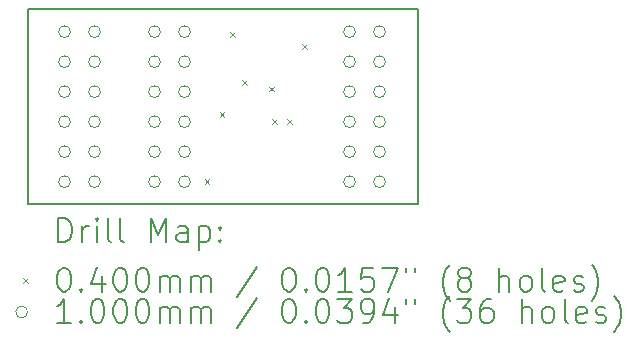
<source format=gbr>
%TF.GenerationSoftware,KiCad,Pcbnew,8.0.9-8.0.9-0~ubuntu24.04.1*%
%TF.CreationDate,2025-04-08T01:43:22+09:30*%
%TF.ProjectId,qspi-pmod-adapter,71737069-2d70-46d6-9f64-2d6164617074,rev?*%
%TF.SameCoordinates,Original*%
%TF.FileFunction,Drillmap*%
%TF.FilePolarity,Positive*%
%FSLAX45Y45*%
G04 Gerber Fmt 4.5, Leading zero omitted, Abs format (unit mm)*
G04 Created by KiCad (PCBNEW 8.0.9-8.0.9-0~ubuntu24.04.1) date 2025-04-08 01:43:22*
%MOMM*%
%LPD*%
G01*
G04 APERTURE LIST*
%ADD10C,0.150000*%
%ADD11C,0.200000*%
%ADD12C,0.100000*%
G04 APERTURE END LIST*
D10*
X9855200Y-6794500D02*
X13157200Y-6794500D01*
X13157200Y-8445500D01*
X9855200Y-8445500D01*
X9855200Y-6794500D01*
D11*
D12*
X11346500Y-8235000D02*
X11386500Y-8275000D01*
X11386500Y-8235000D02*
X11346500Y-8275000D01*
X11473500Y-7663500D02*
X11513500Y-7703500D01*
X11513500Y-7663500D02*
X11473500Y-7703500D01*
X11562000Y-6990000D02*
X11602000Y-7030000D01*
X11602000Y-6990000D02*
X11562000Y-7030000D01*
X11664000Y-7395500D02*
X11704000Y-7435500D01*
X11704000Y-7395500D02*
X11664000Y-7435500D01*
X11894949Y-7449949D02*
X11934949Y-7489949D01*
X11934949Y-7449949D02*
X11894949Y-7489949D01*
X11918000Y-7727000D02*
X11958000Y-7767000D01*
X11958000Y-7727000D02*
X11918000Y-7767000D01*
X12045000Y-7727000D02*
X12085000Y-7767000D01*
X12085000Y-7727000D02*
X12045000Y-7767000D01*
X12172000Y-7092000D02*
X12212000Y-7132000D01*
X12212000Y-7092000D02*
X12172000Y-7132000D01*
X10210000Y-6985000D02*
G75*
G02*
X10110000Y-6985000I-50000J0D01*
G01*
X10110000Y-6985000D02*
G75*
G02*
X10210000Y-6985000I50000J0D01*
G01*
X10210000Y-7239000D02*
G75*
G02*
X10110000Y-7239000I-50000J0D01*
G01*
X10110000Y-7239000D02*
G75*
G02*
X10210000Y-7239000I50000J0D01*
G01*
X10210000Y-7493000D02*
G75*
G02*
X10110000Y-7493000I-50000J0D01*
G01*
X10110000Y-7493000D02*
G75*
G02*
X10210000Y-7493000I50000J0D01*
G01*
X10210000Y-7747000D02*
G75*
G02*
X10110000Y-7747000I-50000J0D01*
G01*
X10110000Y-7747000D02*
G75*
G02*
X10210000Y-7747000I50000J0D01*
G01*
X10210000Y-8001000D02*
G75*
G02*
X10110000Y-8001000I-50000J0D01*
G01*
X10110000Y-8001000D02*
G75*
G02*
X10210000Y-8001000I50000J0D01*
G01*
X10210000Y-8255000D02*
G75*
G02*
X10110000Y-8255000I-50000J0D01*
G01*
X10110000Y-8255000D02*
G75*
G02*
X10210000Y-8255000I50000J0D01*
G01*
X10464000Y-6985000D02*
G75*
G02*
X10364000Y-6985000I-50000J0D01*
G01*
X10364000Y-6985000D02*
G75*
G02*
X10464000Y-6985000I50000J0D01*
G01*
X10464000Y-7239000D02*
G75*
G02*
X10364000Y-7239000I-50000J0D01*
G01*
X10364000Y-7239000D02*
G75*
G02*
X10464000Y-7239000I50000J0D01*
G01*
X10464000Y-7493000D02*
G75*
G02*
X10364000Y-7493000I-50000J0D01*
G01*
X10364000Y-7493000D02*
G75*
G02*
X10464000Y-7493000I50000J0D01*
G01*
X10464000Y-7747000D02*
G75*
G02*
X10364000Y-7747000I-50000J0D01*
G01*
X10364000Y-7747000D02*
G75*
G02*
X10464000Y-7747000I50000J0D01*
G01*
X10464000Y-8001000D02*
G75*
G02*
X10364000Y-8001000I-50000J0D01*
G01*
X10364000Y-8001000D02*
G75*
G02*
X10464000Y-8001000I50000J0D01*
G01*
X10464000Y-8255000D02*
G75*
G02*
X10364000Y-8255000I-50000J0D01*
G01*
X10364000Y-8255000D02*
G75*
G02*
X10464000Y-8255000I50000J0D01*
G01*
X10972000Y-6985000D02*
G75*
G02*
X10872000Y-6985000I-50000J0D01*
G01*
X10872000Y-6985000D02*
G75*
G02*
X10972000Y-6985000I50000J0D01*
G01*
X10972000Y-7239000D02*
G75*
G02*
X10872000Y-7239000I-50000J0D01*
G01*
X10872000Y-7239000D02*
G75*
G02*
X10972000Y-7239000I50000J0D01*
G01*
X10972000Y-7493000D02*
G75*
G02*
X10872000Y-7493000I-50000J0D01*
G01*
X10872000Y-7493000D02*
G75*
G02*
X10972000Y-7493000I50000J0D01*
G01*
X10972000Y-7747000D02*
G75*
G02*
X10872000Y-7747000I-50000J0D01*
G01*
X10872000Y-7747000D02*
G75*
G02*
X10972000Y-7747000I50000J0D01*
G01*
X10972000Y-8001000D02*
G75*
G02*
X10872000Y-8001000I-50000J0D01*
G01*
X10872000Y-8001000D02*
G75*
G02*
X10972000Y-8001000I50000J0D01*
G01*
X10972000Y-8255000D02*
G75*
G02*
X10872000Y-8255000I-50000J0D01*
G01*
X10872000Y-8255000D02*
G75*
G02*
X10972000Y-8255000I50000J0D01*
G01*
X11226000Y-6985000D02*
G75*
G02*
X11126000Y-6985000I-50000J0D01*
G01*
X11126000Y-6985000D02*
G75*
G02*
X11226000Y-6985000I50000J0D01*
G01*
X11226000Y-7239000D02*
G75*
G02*
X11126000Y-7239000I-50000J0D01*
G01*
X11126000Y-7239000D02*
G75*
G02*
X11226000Y-7239000I50000J0D01*
G01*
X11226000Y-7493000D02*
G75*
G02*
X11126000Y-7493000I-50000J0D01*
G01*
X11126000Y-7493000D02*
G75*
G02*
X11226000Y-7493000I50000J0D01*
G01*
X11226000Y-7747000D02*
G75*
G02*
X11126000Y-7747000I-50000J0D01*
G01*
X11126000Y-7747000D02*
G75*
G02*
X11226000Y-7747000I50000J0D01*
G01*
X11226000Y-8001000D02*
G75*
G02*
X11126000Y-8001000I-50000J0D01*
G01*
X11126000Y-8001000D02*
G75*
G02*
X11226000Y-8001000I50000J0D01*
G01*
X11226000Y-8255000D02*
G75*
G02*
X11126000Y-8255000I-50000J0D01*
G01*
X11126000Y-8255000D02*
G75*
G02*
X11226000Y-8255000I50000J0D01*
G01*
X12623000Y-6985000D02*
G75*
G02*
X12523000Y-6985000I-50000J0D01*
G01*
X12523000Y-6985000D02*
G75*
G02*
X12623000Y-6985000I50000J0D01*
G01*
X12623000Y-7239000D02*
G75*
G02*
X12523000Y-7239000I-50000J0D01*
G01*
X12523000Y-7239000D02*
G75*
G02*
X12623000Y-7239000I50000J0D01*
G01*
X12623000Y-7493000D02*
G75*
G02*
X12523000Y-7493000I-50000J0D01*
G01*
X12523000Y-7493000D02*
G75*
G02*
X12623000Y-7493000I50000J0D01*
G01*
X12623000Y-7747000D02*
G75*
G02*
X12523000Y-7747000I-50000J0D01*
G01*
X12523000Y-7747000D02*
G75*
G02*
X12623000Y-7747000I50000J0D01*
G01*
X12623000Y-8001000D02*
G75*
G02*
X12523000Y-8001000I-50000J0D01*
G01*
X12523000Y-8001000D02*
G75*
G02*
X12623000Y-8001000I50000J0D01*
G01*
X12623000Y-8255000D02*
G75*
G02*
X12523000Y-8255000I-50000J0D01*
G01*
X12523000Y-8255000D02*
G75*
G02*
X12623000Y-8255000I50000J0D01*
G01*
X12877000Y-6985000D02*
G75*
G02*
X12777000Y-6985000I-50000J0D01*
G01*
X12777000Y-6985000D02*
G75*
G02*
X12877000Y-6985000I50000J0D01*
G01*
X12877000Y-7239000D02*
G75*
G02*
X12777000Y-7239000I-50000J0D01*
G01*
X12777000Y-7239000D02*
G75*
G02*
X12877000Y-7239000I50000J0D01*
G01*
X12877000Y-7493000D02*
G75*
G02*
X12777000Y-7493000I-50000J0D01*
G01*
X12777000Y-7493000D02*
G75*
G02*
X12877000Y-7493000I50000J0D01*
G01*
X12877000Y-7747000D02*
G75*
G02*
X12777000Y-7747000I-50000J0D01*
G01*
X12777000Y-7747000D02*
G75*
G02*
X12877000Y-7747000I50000J0D01*
G01*
X12877000Y-8001000D02*
G75*
G02*
X12777000Y-8001000I-50000J0D01*
G01*
X12777000Y-8001000D02*
G75*
G02*
X12877000Y-8001000I50000J0D01*
G01*
X12877000Y-8255000D02*
G75*
G02*
X12777000Y-8255000I-50000J0D01*
G01*
X12777000Y-8255000D02*
G75*
G02*
X12877000Y-8255000I50000J0D01*
G01*
D11*
X10108477Y-8764484D02*
X10108477Y-8564484D01*
X10108477Y-8564484D02*
X10156096Y-8564484D01*
X10156096Y-8564484D02*
X10184667Y-8574008D01*
X10184667Y-8574008D02*
X10203715Y-8593055D01*
X10203715Y-8593055D02*
X10213239Y-8612103D01*
X10213239Y-8612103D02*
X10222763Y-8650198D01*
X10222763Y-8650198D02*
X10222763Y-8678770D01*
X10222763Y-8678770D02*
X10213239Y-8716865D01*
X10213239Y-8716865D02*
X10203715Y-8735912D01*
X10203715Y-8735912D02*
X10184667Y-8754960D01*
X10184667Y-8754960D02*
X10156096Y-8764484D01*
X10156096Y-8764484D02*
X10108477Y-8764484D01*
X10308477Y-8764484D02*
X10308477Y-8631150D01*
X10308477Y-8669246D02*
X10318001Y-8650198D01*
X10318001Y-8650198D02*
X10327524Y-8640674D01*
X10327524Y-8640674D02*
X10346572Y-8631150D01*
X10346572Y-8631150D02*
X10365620Y-8631150D01*
X10432286Y-8764484D02*
X10432286Y-8631150D01*
X10432286Y-8564484D02*
X10422763Y-8574008D01*
X10422763Y-8574008D02*
X10432286Y-8583531D01*
X10432286Y-8583531D02*
X10441810Y-8574008D01*
X10441810Y-8574008D02*
X10432286Y-8564484D01*
X10432286Y-8564484D02*
X10432286Y-8583531D01*
X10556096Y-8764484D02*
X10537048Y-8754960D01*
X10537048Y-8754960D02*
X10527524Y-8735912D01*
X10527524Y-8735912D02*
X10527524Y-8564484D01*
X10660858Y-8764484D02*
X10641810Y-8754960D01*
X10641810Y-8754960D02*
X10632286Y-8735912D01*
X10632286Y-8735912D02*
X10632286Y-8564484D01*
X10889429Y-8764484D02*
X10889429Y-8564484D01*
X10889429Y-8564484D02*
X10956096Y-8707341D01*
X10956096Y-8707341D02*
X11022763Y-8564484D01*
X11022763Y-8564484D02*
X11022763Y-8764484D01*
X11203715Y-8764484D02*
X11203715Y-8659722D01*
X11203715Y-8659722D02*
X11194191Y-8640674D01*
X11194191Y-8640674D02*
X11175144Y-8631150D01*
X11175144Y-8631150D02*
X11137048Y-8631150D01*
X11137048Y-8631150D02*
X11118001Y-8640674D01*
X11203715Y-8754960D02*
X11184667Y-8764484D01*
X11184667Y-8764484D02*
X11137048Y-8764484D01*
X11137048Y-8764484D02*
X11118001Y-8754960D01*
X11118001Y-8754960D02*
X11108477Y-8735912D01*
X11108477Y-8735912D02*
X11108477Y-8716865D01*
X11108477Y-8716865D02*
X11118001Y-8697817D01*
X11118001Y-8697817D02*
X11137048Y-8688293D01*
X11137048Y-8688293D02*
X11184667Y-8688293D01*
X11184667Y-8688293D02*
X11203715Y-8678770D01*
X11298953Y-8631150D02*
X11298953Y-8831150D01*
X11298953Y-8640674D02*
X11318001Y-8631150D01*
X11318001Y-8631150D02*
X11356096Y-8631150D01*
X11356096Y-8631150D02*
X11375143Y-8640674D01*
X11375143Y-8640674D02*
X11384667Y-8650198D01*
X11384667Y-8650198D02*
X11394191Y-8669246D01*
X11394191Y-8669246D02*
X11394191Y-8726389D01*
X11394191Y-8726389D02*
X11384667Y-8745436D01*
X11384667Y-8745436D02*
X11375143Y-8754960D01*
X11375143Y-8754960D02*
X11356096Y-8764484D01*
X11356096Y-8764484D02*
X11318001Y-8764484D01*
X11318001Y-8764484D02*
X11298953Y-8754960D01*
X11479905Y-8745436D02*
X11489429Y-8754960D01*
X11489429Y-8754960D02*
X11479905Y-8764484D01*
X11479905Y-8764484D02*
X11470382Y-8754960D01*
X11470382Y-8754960D02*
X11479905Y-8745436D01*
X11479905Y-8745436D02*
X11479905Y-8764484D01*
X11479905Y-8640674D02*
X11489429Y-8650198D01*
X11489429Y-8650198D02*
X11479905Y-8659722D01*
X11479905Y-8659722D02*
X11470382Y-8650198D01*
X11470382Y-8650198D02*
X11479905Y-8640674D01*
X11479905Y-8640674D02*
X11479905Y-8659722D01*
D12*
X9807700Y-9073000D02*
X9847700Y-9113000D01*
X9847700Y-9073000D02*
X9807700Y-9113000D01*
D11*
X10146572Y-8984484D02*
X10165620Y-8984484D01*
X10165620Y-8984484D02*
X10184667Y-8994008D01*
X10184667Y-8994008D02*
X10194191Y-9003531D01*
X10194191Y-9003531D02*
X10203715Y-9022579D01*
X10203715Y-9022579D02*
X10213239Y-9060674D01*
X10213239Y-9060674D02*
X10213239Y-9108293D01*
X10213239Y-9108293D02*
X10203715Y-9146389D01*
X10203715Y-9146389D02*
X10194191Y-9165436D01*
X10194191Y-9165436D02*
X10184667Y-9174960D01*
X10184667Y-9174960D02*
X10165620Y-9184484D01*
X10165620Y-9184484D02*
X10146572Y-9184484D01*
X10146572Y-9184484D02*
X10127524Y-9174960D01*
X10127524Y-9174960D02*
X10118001Y-9165436D01*
X10118001Y-9165436D02*
X10108477Y-9146389D01*
X10108477Y-9146389D02*
X10098953Y-9108293D01*
X10098953Y-9108293D02*
X10098953Y-9060674D01*
X10098953Y-9060674D02*
X10108477Y-9022579D01*
X10108477Y-9022579D02*
X10118001Y-9003531D01*
X10118001Y-9003531D02*
X10127524Y-8994008D01*
X10127524Y-8994008D02*
X10146572Y-8984484D01*
X10298953Y-9165436D02*
X10308477Y-9174960D01*
X10308477Y-9174960D02*
X10298953Y-9184484D01*
X10298953Y-9184484D02*
X10289429Y-9174960D01*
X10289429Y-9174960D02*
X10298953Y-9165436D01*
X10298953Y-9165436D02*
X10298953Y-9184484D01*
X10479905Y-9051150D02*
X10479905Y-9184484D01*
X10432286Y-8974960D02*
X10384667Y-9117817D01*
X10384667Y-9117817D02*
X10508477Y-9117817D01*
X10622763Y-8984484D02*
X10641810Y-8984484D01*
X10641810Y-8984484D02*
X10660858Y-8994008D01*
X10660858Y-8994008D02*
X10670382Y-9003531D01*
X10670382Y-9003531D02*
X10679905Y-9022579D01*
X10679905Y-9022579D02*
X10689429Y-9060674D01*
X10689429Y-9060674D02*
X10689429Y-9108293D01*
X10689429Y-9108293D02*
X10679905Y-9146389D01*
X10679905Y-9146389D02*
X10670382Y-9165436D01*
X10670382Y-9165436D02*
X10660858Y-9174960D01*
X10660858Y-9174960D02*
X10641810Y-9184484D01*
X10641810Y-9184484D02*
X10622763Y-9184484D01*
X10622763Y-9184484D02*
X10603715Y-9174960D01*
X10603715Y-9174960D02*
X10594191Y-9165436D01*
X10594191Y-9165436D02*
X10584667Y-9146389D01*
X10584667Y-9146389D02*
X10575144Y-9108293D01*
X10575144Y-9108293D02*
X10575144Y-9060674D01*
X10575144Y-9060674D02*
X10584667Y-9022579D01*
X10584667Y-9022579D02*
X10594191Y-9003531D01*
X10594191Y-9003531D02*
X10603715Y-8994008D01*
X10603715Y-8994008D02*
X10622763Y-8984484D01*
X10813239Y-8984484D02*
X10832286Y-8984484D01*
X10832286Y-8984484D02*
X10851334Y-8994008D01*
X10851334Y-8994008D02*
X10860858Y-9003531D01*
X10860858Y-9003531D02*
X10870382Y-9022579D01*
X10870382Y-9022579D02*
X10879905Y-9060674D01*
X10879905Y-9060674D02*
X10879905Y-9108293D01*
X10879905Y-9108293D02*
X10870382Y-9146389D01*
X10870382Y-9146389D02*
X10860858Y-9165436D01*
X10860858Y-9165436D02*
X10851334Y-9174960D01*
X10851334Y-9174960D02*
X10832286Y-9184484D01*
X10832286Y-9184484D02*
X10813239Y-9184484D01*
X10813239Y-9184484D02*
X10794191Y-9174960D01*
X10794191Y-9174960D02*
X10784667Y-9165436D01*
X10784667Y-9165436D02*
X10775144Y-9146389D01*
X10775144Y-9146389D02*
X10765620Y-9108293D01*
X10765620Y-9108293D02*
X10765620Y-9060674D01*
X10765620Y-9060674D02*
X10775144Y-9022579D01*
X10775144Y-9022579D02*
X10784667Y-9003531D01*
X10784667Y-9003531D02*
X10794191Y-8994008D01*
X10794191Y-8994008D02*
X10813239Y-8984484D01*
X10965620Y-9184484D02*
X10965620Y-9051150D01*
X10965620Y-9070198D02*
X10975144Y-9060674D01*
X10975144Y-9060674D02*
X10994191Y-9051150D01*
X10994191Y-9051150D02*
X11022763Y-9051150D01*
X11022763Y-9051150D02*
X11041810Y-9060674D01*
X11041810Y-9060674D02*
X11051334Y-9079722D01*
X11051334Y-9079722D02*
X11051334Y-9184484D01*
X11051334Y-9079722D02*
X11060858Y-9060674D01*
X11060858Y-9060674D02*
X11079905Y-9051150D01*
X11079905Y-9051150D02*
X11108477Y-9051150D01*
X11108477Y-9051150D02*
X11127525Y-9060674D01*
X11127525Y-9060674D02*
X11137048Y-9079722D01*
X11137048Y-9079722D02*
X11137048Y-9184484D01*
X11232286Y-9184484D02*
X11232286Y-9051150D01*
X11232286Y-9070198D02*
X11241810Y-9060674D01*
X11241810Y-9060674D02*
X11260858Y-9051150D01*
X11260858Y-9051150D02*
X11289429Y-9051150D01*
X11289429Y-9051150D02*
X11308477Y-9060674D01*
X11308477Y-9060674D02*
X11318001Y-9079722D01*
X11318001Y-9079722D02*
X11318001Y-9184484D01*
X11318001Y-9079722D02*
X11327524Y-9060674D01*
X11327524Y-9060674D02*
X11346572Y-9051150D01*
X11346572Y-9051150D02*
X11375143Y-9051150D01*
X11375143Y-9051150D02*
X11394191Y-9060674D01*
X11394191Y-9060674D02*
X11403715Y-9079722D01*
X11403715Y-9079722D02*
X11403715Y-9184484D01*
X11794191Y-8974960D02*
X11622763Y-9232103D01*
X12051334Y-8984484D02*
X12070382Y-8984484D01*
X12070382Y-8984484D02*
X12089429Y-8994008D01*
X12089429Y-8994008D02*
X12098953Y-9003531D01*
X12098953Y-9003531D02*
X12108477Y-9022579D01*
X12108477Y-9022579D02*
X12118001Y-9060674D01*
X12118001Y-9060674D02*
X12118001Y-9108293D01*
X12118001Y-9108293D02*
X12108477Y-9146389D01*
X12108477Y-9146389D02*
X12098953Y-9165436D01*
X12098953Y-9165436D02*
X12089429Y-9174960D01*
X12089429Y-9174960D02*
X12070382Y-9184484D01*
X12070382Y-9184484D02*
X12051334Y-9184484D01*
X12051334Y-9184484D02*
X12032286Y-9174960D01*
X12032286Y-9174960D02*
X12022763Y-9165436D01*
X12022763Y-9165436D02*
X12013239Y-9146389D01*
X12013239Y-9146389D02*
X12003715Y-9108293D01*
X12003715Y-9108293D02*
X12003715Y-9060674D01*
X12003715Y-9060674D02*
X12013239Y-9022579D01*
X12013239Y-9022579D02*
X12022763Y-9003531D01*
X12022763Y-9003531D02*
X12032286Y-8994008D01*
X12032286Y-8994008D02*
X12051334Y-8984484D01*
X12203715Y-9165436D02*
X12213239Y-9174960D01*
X12213239Y-9174960D02*
X12203715Y-9184484D01*
X12203715Y-9184484D02*
X12194191Y-9174960D01*
X12194191Y-9174960D02*
X12203715Y-9165436D01*
X12203715Y-9165436D02*
X12203715Y-9184484D01*
X12337048Y-8984484D02*
X12356096Y-8984484D01*
X12356096Y-8984484D02*
X12375144Y-8994008D01*
X12375144Y-8994008D02*
X12384667Y-9003531D01*
X12384667Y-9003531D02*
X12394191Y-9022579D01*
X12394191Y-9022579D02*
X12403715Y-9060674D01*
X12403715Y-9060674D02*
X12403715Y-9108293D01*
X12403715Y-9108293D02*
X12394191Y-9146389D01*
X12394191Y-9146389D02*
X12384667Y-9165436D01*
X12384667Y-9165436D02*
X12375144Y-9174960D01*
X12375144Y-9174960D02*
X12356096Y-9184484D01*
X12356096Y-9184484D02*
X12337048Y-9184484D01*
X12337048Y-9184484D02*
X12318001Y-9174960D01*
X12318001Y-9174960D02*
X12308477Y-9165436D01*
X12308477Y-9165436D02*
X12298953Y-9146389D01*
X12298953Y-9146389D02*
X12289429Y-9108293D01*
X12289429Y-9108293D02*
X12289429Y-9060674D01*
X12289429Y-9060674D02*
X12298953Y-9022579D01*
X12298953Y-9022579D02*
X12308477Y-9003531D01*
X12308477Y-9003531D02*
X12318001Y-8994008D01*
X12318001Y-8994008D02*
X12337048Y-8984484D01*
X12594191Y-9184484D02*
X12479906Y-9184484D01*
X12537048Y-9184484D02*
X12537048Y-8984484D01*
X12537048Y-8984484D02*
X12518001Y-9013055D01*
X12518001Y-9013055D02*
X12498953Y-9032103D01*
X12498953Y-9032103D02*
X12479906Y-9041627D01*
X12775144Y-8984484D02*
X12679906Y-8984484D01*
X12679906Y-8984484D02*
X12670382Y-9079722D01*
X12670382Y-9079722D02*
X12679906Y-9070198D01*
X12679906Y-9070198D02*
X12698953Y-9060674D01*
X12698953Y-9060674D02*
X12746572Y-9060674D01*
X12746572Y-9060674D02*
X12765620Y-9070198D01*
X12765620Y-9070198D02*
X12775144Y-9079722D01*
X12775144Y-9079722D02*
X12784667Y-9098770D01*
X12784667Y-9098770D02*
X12784667Y-9146389D01*
X12784667Y-9146389D02*
X12775144Y-9165436D01*
X12775144Y-9165436D02*
X12765620Y-9174960D01*
X12765620Y-9174960D02*
X12746572Y-9184484D01*
X12746572Y-9184484D02*
X12698953Y-9184484D01*
X12698953Y-9184484D02*
X12679906Y-9174960D01*
X12679906Y-9174960D02*
X12670382Y-9165436D01*
X12851334Y-8984484D02*
X12984667Y-8984484D01*
X12984667Y-8984484D02*
X12898953Y-9184484D01*
X13051334Y-8984484D02*
X13051334Y-9022579D01*
X13127525Y-8984484D02*
X13127525Y-9022579D01*
X13422763Y-9260674D02*
X13413239Y-9251150D01*
X13413239Y-9251150D02*
X13394191Y-9222579D01*
X13394191Y-9222579D02*
X13384668Y-9203531D01*
X13384668Y-9203531D02*
X13375144Y-9174960D01*
X13375144Y-9174960D02*
X13365620Y-9127341D01*
X13365620Y-9127341D02*
X13365620Y-9089246D01*
X13365620Y-9089246D02*
X13375144Y-9041627D01*
X13375144Y-9041627D02*
X13384668Y-9013055D01*
X13384668Y-9013055D02*
X13394191Y-8994008D01*
X13394191Y-8994008D02*
X13413239Y-8965436D01*
X13413239Y-8965436D02*
X13422763Y-8955912D01*
X13527525Y-9070198D02*
X13508477Y-9060674D01*
X13508477Y-9060674D02*
X13498953Y-9051150D01*
X13498953Y-9051150D02*
X13489429Y-9032103D01*
X13489429Y-9032103D02*
X13489429Y-9022579D01*
X13489429Y-9022579D02*
X13498953Y-9003531D01*
X13498953Y-9003531D02*
X13508477Y-8994008D01*
X13508477Y-8994008D02*
X13527525Y-8984484D01*
X13527525Y-8984484D02*
X13565620Y-8984484D01*
X13565620Y-8984484D02*
X13584668Y-8994008D01*
X13584668Y-8994008D02*
X13594191Y-9003531D01*
X13594191Y-9003531D02*
X13603715Y-9022579D01*
X13603715Y-9022579D02*
X13603715Y-9032103D01*
X13603715Y-9032103D02*
X13594191Y-9051150D01*
X13594191Y-9051150D02*
X13584668Y-9060674D01*
X13584668Y-9060674D02*
X13565620Y-9070198D01*
X13565620Y-9070198D02*
X13527525Y-9070198D01*
X13527525Y-9070198D02*
X13508477Y-9079722D01*
X13508477Y-9079722D02*
X13498953Y-9089246D01*
X13498953Y-9089246D02*
X13489429Y-9108293D01*
X13489429Y-9108293D02*
X13489429Y-9146389D01*
X13489429Y-9146389D02*
X13498953Y-9165436D01*
X13498953Y-9165436D02*
X13508477Y-9174960D01*
X13508477Y-9174960D02*
X13527525Y-9184484D01*
X13527525Y-9184484D02*
X13565620Y-9184484D01*
X13565620Y-9184484D02*
X13584668Y-9174960D01*
X13584668Y-9174960D02*
X13594191Y-9165436D01*
X13594191Y-9165436D02*
X13603715Y-9146389D01*
X13603715Y-9146389D02*
X13603715Y-9108293D01*
X13603715Y-9108293D02*
X13594191Y-9089246D01*
X13594191Y-9089246D02*
X13584668Y-9079722D01*
X13584668Y-9079722D02*
X13565620Y-9070198D01*
X13841810Y-9184484D02*
X13841810Y-8984484D01*
X13927525Y-9184484D02*
X13927525Y-9079722D01*
X13927525Y-9079722D02*
X13918001Y-9060674D01*
X13918001Y-9060674D02*
X13898953Y-9051150D01*
X13898953Y-9051150D02*
X13870382Y-9051150D01*
X13870382Y-9051150D02*
X13851334Y-9060674D01*
X13851334Y-9060674D02*
X13841810Y-9070198D01*
X14051334Y-9184484D02*
X14032287Y-9174960D01*
X14032287Y-9174960D02*
X14022763Y-9165436D01*
X14022763Y-9165436D02*
X14013239Y-9146389D01*
X14013239Y-9146389D02*
X14013239Y-9089246D01*
X14013239Y-9089246D02*
X14022763Y-9070198D01*
X14022763Y-9070198D02*
X14032287Y-9060674D01*
X14032287Y-9060674D02*
X14051334Y-9051150D01*
X14051334Y-9051150D02*
X14079906Y-9051150D01*
X14079906Y-9051150D02*
X14098953Y-9060674D01*
X14098953Y-9060674D02*
X14108477Y-9070198D01*
X14108477Y-9070198D02*
X14118001Y-9089246D01*
X14118001Y-9089246D02*
X14118001Y-9146389D01*
X14118001Y-9146389D02*
X14108477Y-9165436D01*
X14108477Y-9165436D02*
X14098953Y-9174960D01*
X14098953Y-9174960D02*
X14079906Y-9184484D01*
X14079906Y-9184484D02*
X14051334Y-9184484D01*
X14232287Y-9184484D02*
X14213239Y-9174960D01*
X14213239Y-9174960D02*
X14203715Y-9155912D01*
X14203715Y-9155912D02*
X14203715Y-8984484D01*
X14384668Y-9174960D02*
X14365620Y-9184484D01*
X14365620Y-9184484D02*
X14327525Y-9184484D01*
X14327525Y-9184484D02*
X14308477Y-9174960D01*
X14308477Y-9174960D02*
X14298953Y-9155912D01*
X14298953Y-9155912D02*
X14298953Y-9079722D01*
X14298953Y-9079722D02*
X14308477Y-9060674D01*
X14308477Y-9060674D02*
X14327525Y-9051150D01*
X14327525Y-9051150D02*
X14365620Y-9051150D01*
X14365620Y-9051150D02*
X14384668Y-9060674D01*
X14384668Y-9060674D02*
X14394191Y-9079722D01*
X14394191Y-9079722D02*
X14394191Y-9098770D01*
X14394191Y-9098770D02*
X14298953Y-9117817D01*
X14470382Y-9174960D02*
X14489430Y-9184484D01*
X14489430Y-9184484D02*
X14527525Y-9184484D01*
X14527525Y-9184484D02*
X14546572Y-9174960D01*
X14546572Y-9174960D02*
X14556096Y-9155912D01*
X14556096Y-9155912D02*
X14556096Y-9146389D01*
X14556096Y-9146389D02*
X14546572Y-9127341D01*
X14546572Y-9127341D02*
X14527525Y-9117817D01*
X14527525Y-9117817D02*
X14498953Y-9117817D01*
X14498953Y-9117817D02*
X14479906Y-9108293D01*
X14479906Y-9108293D02*
X14470382Y-9089246D01*
X14470382Y-9089246D02*
X14470382Y-9079722D01*
X14470382Y-9079722D02*
X14479906Y-9060674D01*
X14479906Y-9060674D02*
X14498953Y-9051150D01*
X14498953Y-9051150D02*
X14527525Y-9051150D01*
X14527525Y-9051150D02*
X14546572Y-9060674D01*
X14622763Y-9260674D02*
X14632287Y-9251150D01*
X14632287Y-9251150D02*
X14651334Y-9222579D01*
X14651334Y-9222579D02*
X14660858Y-9203531D01*
X14660858Y-9203531D02*
X14670382Y-9174960D01*
X14670382Y-9174960D02*
X14679906Y-9127341D01*
X14679906Y-9127341D02*
X14679906Y-9089246D01*
X14679906Y-9089246D02*
X14670382Y-9041627D01*
X14670382Y-9041627D02*
X14660858Y-9013055D01*
X14660858Y-9013055D02*
X14651334Y-8994008D01*
X14651334Y-8994008D02*
X14632287Y-8965436D01*
X14632287Y-8965436D02*
X14622763Y-8955912D01*
D12*
X9847700Y-9357000D02*
G75*
G02*
X9747700Y-9357000I-50000J0D01*
G01*
X9747700Y-9357000D02*
G75*
G02*
X9847700Y-9357000I50000J0D01*
G01*
D11*
X10213239Y-9448484D02*
X10098953Y-9448484D01*
X10156096Y-9448484D02*
X10156096Y-9248484D01*
X10156096Y-9248484D02*
X10137048Y-9277055D01*
X10137048Y-9277055D02*
X10118001Y-9296103D01*
X10118001Y-9296103D02*
X10098953Y-9305627D01*
X10298953Y-9429436D02*
X10308477Y-9438960D01*
X10308477Y-9438960D02*
X10298953Y-9448484D01*
X10298953Y-9448484D02*
X10289429Y-9438960D01*
X10289429Y-9438960D02*
X10298953Y-9429436D01*
X10298953Y-9429436D02*
X10298953Y-9448484D01*
X10432286Y-9248484D02*
X10451334Y-9248484D01*
X10451334Y-9248484D02*
X10470382Y-9258008D01*
X10470382Y-9258008D02*
X10479905Y-9267531D01*
X10479905Y-9267531D02*
X10489429Y-9286579D01*
X10489429Y-9286579D02*
X10498953Y-9324674D01*
X10498953Y-9324674D02*
X10498953Y-9372293D01*
X10498953Y-9372293D02*
X10489429Y-9410389D01*
X10489429Y-9410389D02*
X10479905Y-9429436D01*
X10479905Y-9429436D02*
X10470382Y-9438960D01*
X10470382Y-9438960D02*
X10451334Y-9448484D01*
X10451334Y-9448484D02*
X10432286Y-9448484D01*
X10432286Y-9448484D02*
X10413239Y-9438960D01*
X10413239Y-9438960D02*
X10403715Y-9429436D01*
X10403715Y-9429436D02*
X10394191Y-9410389D01*
X10394191Y-9410389D02*
X10384667Y-9372293D01*
X10384667Y-9372293D02*
X10384667Y-9324674D01*
X10384667Y-9324674D02*
X10394191Y-9286579D01*
X10394191Y-9286579D02*
X10403715Y-9267531D01*
X10403715Y-9267531D02*
X10413239Y-9258008D01*
X10413239Y-9258008D02*
X10432286Y-9248484D01*
X10622763Y-9248484D02*
X10641810Y-9248484D01*
X10641810Y-9248484D02*
X10660858Y-9258008D01*
X10660858Y-9258008D02*
X10670382Y-9267531D01*
X10670382Y-9267531D02*
X10679905Y-9286579D01*
X10679905Y-9286579D02*
X10689429Y-9324674D01*
X10689429Y-9324674D02*
X10689429Y-9372293D01*
X10689429Y-9372293D02*
X10679905Y-9410389D01*
X10679905Y-9410389D02*
X10670382Y-9429436D01*
X10670382Y-9429436D02*
X10660858Y-9438960D01*
X10660858Y-9438960D02*
X10641810Y-9448484D01*
X10641810Y-9448484D02*
X10622763Y-9448484D01*
X10622763Y-9448484D02*
X10603715Y-9438960D01*
X10603715Y-9438960D02*
X10594191Y-9429436D01*
X10594191Y-9429436D02*
X10584667Y-9410389D01*
X10584667Y-9410389D02*
X10575144Y-9372293D01*
X10575144Y-9372293D02*
X10575144Y-9324674D01*
X10575144Y-9324674D02*
X10584667Y-9286579D01*
X10584667Y-9286579D02*
X10594191Y-9267531D01*
X10594191Y-9267531D02*
X10603715Y-9258008D01*
X10603715Y-9258008D02*
X10622763Y-9248484D01*
X10813239Y-9248484D02*
X10832286Y-9248484D01*
X10832286Y-9248484D02*
X10851334Y-9258008D01*
X10851334Y-9258008D02*
X10860858Y-9267531D01*
X10860858Y-9267531D02*
X10870382Y-9286579D01*
X10870382Y-9286579D02*
X10879905Y-9324674D01*
X10879905Y-9324674D02*
X10879905Y-9372293D01*
X10879905Y-9372293D02*
X10870382Y-9410389D01*
X10870382Y-9410389D02*
X10860858Y-9429436D01*
X10860858Y-9429436D02*
X10851334Y-9438960D01*
X10851334Y-9438960D02*
X10832286Y-9448484D01*
X10832286Y-9448484D02*
X10813239Y-9448484D01*
X10813239Y-9448484D02*
X10794191Y-9438960D01*
X10794191Y-9438960D02*
X10784667Y-9429436D01*
X10784667Y-9429436D02*
X10775144Y-9410389D01*
X10775144Y-9410389D02*
X10765620Y-9372293D01*
X10765620Y-9372293D02*
X10765620Y-9324674D01*
X10765620Y-9324674D02*
X10775144Y-9286579D01*
X10775144Y-9286579D02*
X10784667Y-9267531D01*
X10784667Y-9267531D02*
X10794191Y-9258008D01*
X10794191Y-9258008D02*
X10813239Y-9248484D01*
X10965620Y-9448484D02*
X10965620Y-9315150D01*
X10965620Y-9334198D02*
X10975144Y-9324674D01*
X10975144Y-9324674D02*
X10994191Y-9315150D01*
X10994191Y-9315150D02*
X11022763Y-9315150D01*
X11022763Y-9315150D02*
X11041810Y-9324674D01*
X11041810Y-9324674D02*
X11051334Y-9343722D01*
X11051334Y-9343722D02*
X11051334Y-9448484D01*
X11051334Y-9343722D02*
X11060858Y-9324674D01*
X11060858Y-9324674D02*
X11079905Y-9315150D01*
X11079905Y-9315150D02*
X11108477Y-9315150D01*
X11108477Y-9315150D02*
X11127525Y-9324674D01*
X11127525Y-9324674D02*
X11137048Y-9343722D01*
X11137048Y-9343722D02*
X11137048Y-9448484D01*
X11232286Y-9448484D02*
X11232286Y-9315150D01*
X11232286Y-9334198D02*
X11241810Y-9324674D01*
X11241810Y-9324674D02*
X11260858Y-9315150D01*
X11260858Y-9315150D02*
X11289429Y-9315150D01*
X11289429Y-9315150D02*
X11308477Y-9324674D01*
X11308477Y-9324674D02*
X11318001Y-9343722D01*
X11318001Y-9343722D02*
X11318001Y-9448484D01*
X11318001Y-9343722D02*
X11327524Y-9324674D01*
X11327524Y-9324674D02*
X11346572Y-9315150D01*
X11346572Y-9315150D02*
X11375143Y-9315150D01*
X11375143Y-9315150D02*
X11394191Y-9324674D01*
X11394191Y-9324674D02*
X11403715Y-9343722D01*
X11403715Y-9343722D02*
X11403715Y-9448484D01*
X11794191Y-9238960D02*
X11622763Y-9496103D01*
X12051334Y-9248484D02*
X12070382Y-9248484D01*
X12070382Y-9248484D02*
X12089429Y-9258008D01*
X12089429Y-9258008D02*
X12098953Y-9267531D01*
X12098953Y-9267531D02*
X12108477Y-9286579D01*
X12108477Y-9286579D02*
X12118001Y-9324674D01*
X12118001Y-9324674D02*
X12118001Y-9372293D01*
X12118001Y-9372293D02*
X12108477Y-9410389D01*
X12108477Y-9410389D02*
X12098953Y-9429436D01*
X12098953Y-9429436D02*
X12089429Y-9438960D01*
X12089429Y-9438960D02*
X12070382Y-9448484D01*
X12070382Y-9448484D02*
X12051334Y-9448484D01*
X12051334Y-9448484D02*
X12032286Y-9438960D01*
X12032286Y-9438960D02*
X12022763Y-9429436D01*
X12022763Y-9429436D02*
X12013239Y-9410389D01*
X12013239Y-9410389D02*
X12003715Y-9372293D01*
X12003715Y-9372293D02*
X12003715Y-9324674D01*
X12003715Y-9324674D02*
X12013239Y-9286579D01*
X12013239Y-9286579D02*
X12022763Y-9267531D01*
X12022763Y-9267531D02*
X12032286Y-9258008D01*
X12032286Y-9258008D02*
X12051334Y-9248484D01*
X12203715Y-9429436D02*
X12213239Y-9438960D01*
X12213239Y-9438960D02*
X12203715Y-9448484D01*
X12203715Y-9448484D02*
X12194191Y-9438960D01*
X12194191Y-9438960D02*
X12203715Y-9429436D01*
X12203715Y-9429436D02*
X12203715Y-9448484D01*
X12337048Y-9248484D02*
X12356096Y-9248484D01*
X12356096Y-9248484D02*
X12375144Y-9258008D01*
X12375144Y-9258008D02*
X12384667Y-9267531D01*
X12384667Y-9267531D02*
X12394191Y-9286579D01*
X12394191Y-9286579D02*
X12403715Y-9324674D01*
X12403715Y-9324674D02*
X12403715Y-9372293D01*
X12403715Y-9372293D02*
X12394191Y-9410389D01*
X12394191Y-9410389D02*
X12384667Y-9429436D01*
X12384667Y-9429436D02*
X12375144Y-9438960D01*
X12375144Y-9438960D02*
X12356096Y-9448484D01*
X12356096Y-9448484D02*
X12337048Y-9448484D01*
X12337048Y-9448484D02*
X12318001Y-9438960D01*
X12318001Y-9438960D02*
X12308477Y-9429436D01*
X12308477Y-9429436D02*
X12298953Y-9410389D01*
X12298953Y-9410389D02*
X12289429Y-9372293D01*
X12289429Y-9372293D02*
X12289429Y-9324674D01*
X12289429Y-9324674D02*
X12298953Y-9286579D01*
X12298953Y-9286579D02*
X12308477Y-9267531D01*
X12308477Y-9267531D02*
X12318001Y-9258008D01*
X12318001Y-9258008D02*
X12337048Y-9248484D01*
X12470382Y-9248484D02*
X12594191Y-9248484D01*
X12594191Y-9248484D02*
X12527525Y-9324674D01*
X12527525Y-9324674D02*
X12556096Y-9324674D01*
X12556096Y-9324674D02*
X12575144Y-9334198D01*
X12575144Y-9334198D02*
X12584667Y-9343722D01*
X12584667Y-9343722D02*
X12594191Y-9362770D01*
X12594191Y-9362770D02*
X12594191Y-9410389D01*
X12594191Y-9410389D02*
X12584667Y-9429436D01*
X12584667Y-9429436D02*
X12575144Y-9438960D01*
X12575144Y-9438960D02*
X12556096Y-9448484D01*
X12556096Y-9448484D02*
X12498953Y-9448484D01*
X12498953Y-9448484D02*
X12479906Y-9438960D01*
X12479906Y-9438960D02*
X12470382Y-9429436D01*
X12689429Y-9448484D02*
X12727525Y-9448484D01*
X12727525Y-9448484D02*
X12746572Y-9438960D01*
X12746572Y-9438960D02*
X12756096Y-9429436D01*
X12756096Y-9429436D02*
X12775144Y-9400865D01*
X12775144Y-9400865D02*
X12784667Y-9362770D01*
X12784667Y-9362770D02*
X12784667Y-9286579D01*
X12784667Y-9286579D02*
X12775144Y-9267531D01*
X12775144Y-9267531D02*
X12765620Y-9258008D01*
X12765620Y-9258008D02*
X12746572Y-9248484D01*
X12746572Y-9248484D02*
X12708477Y-9248484D01*
X12708477Y-9248484D02*
X12689429Y-9258008D01*
X12689429Y-9258008D02*
X12679906Y-9267531D01*
X12679906Y-9267531D02*
X12670382Y-9286579D01*
X12670382Y-9286579D02*
X12670382Y-9334198D01*
X12670382Y-9334198D02*
X12679906Y-9353246D01*
X12679906Y-9353246D02*
X12689429Y-9362770D01*
X12689429Y-9362770D02*
X12708477Y-9372293D01*
X12708477Y-9372293D02*
X12746572Y-9372293D01*
X12746572Y-9372293D02*
X12765620Y-9362770D01*
X12765620Y-9362770D02*
X12775144Y-9353246D01*
X12775144Y-9353246D02*
X12784667Y-9334198D01*
X12956096Y-9315150D02*
X12956096Y-9448484D01*
X12908477Y-9238960D02*
X12860858Y-9381817D01*
X12860858Y-9381817D02*
X12984667Y-9381817D01*
X13051334Y-9248484D02*
X13051334Y-9286579D01*
X13127525Y-9248484D02*
X13127525Y-9286579D01*
X13422763Y-9524674D02*
X13413239Y-9515150D01*
X13413239Y-9515150D02*
X13394191Y-9486579D01*
X13394191Y-9486579D02*
X13384668Y-9467531D01*
X13384668Y-9467531D02*
X13375144Y-9438960D01*
X13375144Y-9438960D02*
X13365620Y-9391341D01*
X13365620Y-9391341D02*
X13365620Y-9353246D01*
X13365620Y-9353246D02*
X13375144Y-9305627D01*
X13375144Y-9305627D02*
X13384668Y-9277055D01*
X13384668Y-9277055D02*
X13394191Y-9258008D01*
X13394191Y-9258008D02*
X13413239Y-9229436D01*
X13413239Y-9229436D02*
X13422763Y-9219912D01*
X13479906Y-9248484D02*
X13603715Y-9248484D01*
X13603715Y-9248484D02*
X13537048Y-9324674D01*
X13537048Y-9324674D02*
X13565620Y-9324674D01*
X13565620Y-9324674D02*
X13584668Y-9334198D01*
X13584668Y-9334198D02*
X13594191Y-9343722D01*
X13594191Y-9343722D02*
X13603715Y-9362770D01*
X13603715Y-9362770D02*
X13603715Y-9410389D01*
X13603715Y-9410389D02*
X13594191Y-9429436D01*
X13594191Y-9429436D02*
X13584668Y-9438960D01*
X13584668Y-9438960D02*
X13565620Y-9448484D01*
X13565620Y-9448484D02*
X13508477Y-9448484D01*
X13508477Y-9448484D02*
X13489429Y-9438960D01*
X13489429Y-9438960D02*
X13479906Y-9429436D01*
X13775144Y-9248484D02*
X13737048Y-9248484D01*
X13737048Y-9248484D02*
X13718001Y-9258008D01*
X13718001Y-9258008D02*
X13708477Y-9267531D01*
X13708477Y-9267531D02*
X13689429Y-9296103D01*
X13689429Y-9296103D02*
X13679906Y-9334198D01*
X13679906Y-9334198D02*
X13679906Y-9410389D01*
X13679906Y-9410389D02*
X13689429Y-9429436D01*
X13689429Y-9429436D02*
X13698953Y-9438960D01*
X13698953Y-9438960D02*
X13718001Y-9448484D01*
X13718001Y-9448484D02*
X13756096Y-9448484D01*
X13756096Y-9448484D02*
X13775144Y-9438960D01*
X13775144Y-9438960D02*
X13784668Y-9429436D01*
X13784668Y-9429436D02*
X13794191Y-9410389D01*
X13794191Y-9410389D02*
X13794191Y-9362770D01*
X13794191Y-9362770D02*
X13784668Y-9343722D01*
X13784668Y-9343722D02*
X13775144Y-9334198D01*
X13775144Y-9334198D02*
X13756096Y-9324674D01*
X13756096Y-9324674D02*
X13718001Y-9324674D01*
X13718001Y-9324674D02*
X13698953Y-9334198D01*
X13698953Y-9334198D02*
X13689429Y-9343722D01*
X13689429Y-9343722D02*
X13679906Y-9362770D01*
X14032287Y-9448484D02*
X14032287Y-9248484D01*
X14118001Y-9448484D02*
X14118001Y-9343722D01*
X14118001Y-9343722D02*
X14108477Y-9324674D01*
X14108477Y-9324674D02*
X14089430Y-9315150D01*
X14089430Y-9315150D02*
X14060858Y-9315150D01*
X14060858Y-9315150D02*
X14041810Y-9324674D01*
X14041810Y-9324674D02*
X14032287Y-9334198D01*
X14241810Y-9448484D02*
X14222763Y-9438960D01*
X14222763Y-9438960D02*
X14213239Y-9429436D01*
X14213239Y-9429436D02*
X14203715Y-9410389D01*
X14203715Y-9410389D02*
X14203715Y-9353246D01*
X14203715Y-9353246D02*
X14213239Y-9334198D01*
X14213239Y-9334198D02*
X14222763Y-9324674D01*
X14222763Y-9324674D02*
X14241810Y-9315150D01*
X14241810Y-9315150D02*
X14270382Y-9315150D01*
X14270382Y-9315150D02*
X14289430Y-9324674D01*
X14289430Y-9324674D02*
X14298953Y-9334198D01*
X14298953Y-9334198D02*
X14308477Y-9353246D01*
X14308477Y-9353246D02*
X14308477Y-9410389D01*
X14308477Y-9410389D02*
X14298953Y-9429436D01*
X14298953Y-9429436D02*
X14289430Y-9438960D01*
X14289430Y-9438960D02*
X14270382Y-9448484D01*
X14270382Y-9448484D02*
X14241810Y-9448484D01*
X14422763Y-9448484D02*
X14403715Y-9438960D01*
X14403715Y-9438960D02*
X14394191Y-9419912D01*
X14394191Y-9419912D02*
X14394191Y-9248484D01*
X14575144Y-9438960D02*
X14556096Y-9448484D01*
X14556096Y-9448484D02*
X14518001Y-9448484D01*
X14518001Y-9448484D02*
X14498953Y-9438960D01*
X14498953Y-9438960D02*
X14489430Y-9419912D01*
X14489430Y-9419912D02*
X14489430Y-9343722D01*
X14489430Y-9343722D02*
X14498953Y-9324674D01*
X14498953Y-9324674D02*
X14518001Y-9315150D01*
X14518001Y-9315150D02*
X14556096Y-9315150D01*
X14556096Y-9315150D02*
X14575144Y-9324674D01*
X14575144Y-9324674D02*
X14584668Y-9343722D01*
X14584668Y-9343722D02*
X14584668Y-9362770D01*
X14584668Y-9362770D02*
X14489430Y-9381817D01*
X14660858Y-9438960D02*
X14679906Y-9448484D01*
X14679906Y-9448484D02*
X14718001Y-9448484D01*
X14718001Y-9448484D02*
X14737049Y-9438960D01*
X14737049Y-9438960D02*
X14746572Y-9419912D01*
X14746572Y-9419912D02*
X14746572Y-9410389D01*
X14746572Y-9410389D02*
X14737049Y-9391341D01*
X14737049Y-9391341D02*
X14718001Y-9381817D01*
X14718001Y-9381817D02*
X14689430Y-9381817D01*
X14689430Y-9381817D02*
X14670382Y-9372293D01*
X14670382Y-9372293D02*
X14660858Y-9353246D01*
X14660858Y-9353246D02*
X14660858Y-9343722D01*
X14660858Y-9343722D02*
X14670382Y-9324674D01*
X14670382Y-9324674D02*
X14689430Y-9315150D01*
X14689430Y-9315150D02*
X14718001Y-9315150D01*
X14718001Y-9315150D02*
X14737049Y-9324674D01*
X14813239Y-9524674D02*
X14822763Y-9515150D01*
X14822763Y-9515150D02*
X14841811Y-9486579D01*
X14841811Y-9486579D02*
X14851334Y-9467531D01*
X14851334Y-9467531D02*
X14860858Y-9438960D01*
X14860858Y-9438960D02*
X14870382Y-9391341D01*
X14870382Y-9391341D02*
X14870382Y-9353246D01*
X14870382Y-9353246D02*
X14860858Y-9305627D01*
X14860858Y-9305627D02*
X14851334Y-9277055D01*
X14851334Y-9277055D02*
X14841811Y-9258008D01*
X14841811Y-9258008D02*
X14822763Y-9229436D01*
X14822763Y-9229436D02*
X14813239Y-9219912D01*
M02*

</source>
